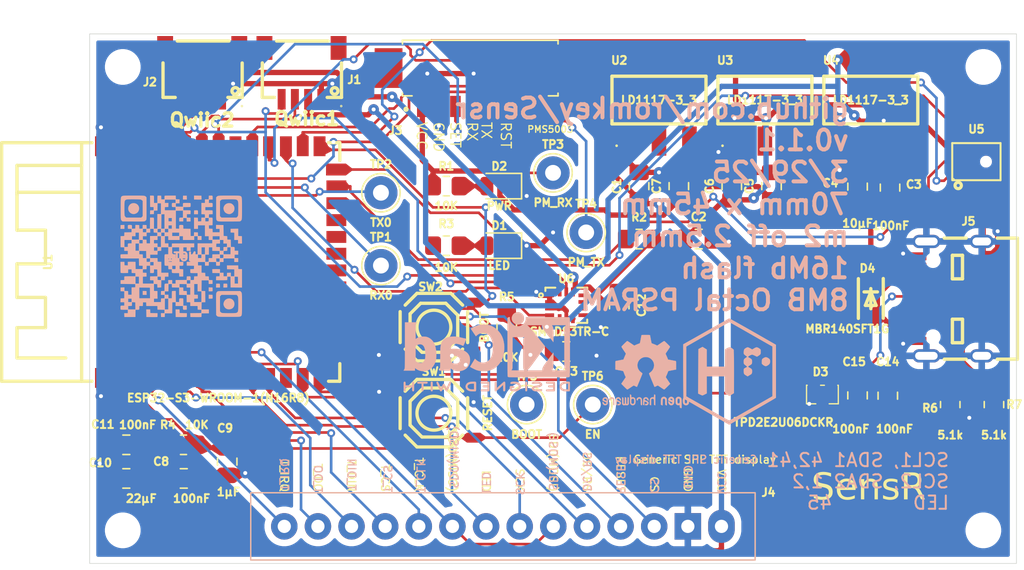
<source format=kicad_pcb>
(kicad_pcb (version 20241229) (generator "pcbnew") (generator_version "9.0")
  (title_block (title "ESPr") (date "2025-02-23") (rev "0.1.1") (company "PDX Hackerspace") (comment 1 "John Romkey"))
  (layers (0 "F.Cu" signal) (2 "B.Cu" signal) (13 "F.Paste" user) (15 "B.Paste" user) (5 "F.SilkS" user "F.Silkscreen") (7 "B.SilkS" user "B.Silkscreen") (1 "F.Mask" user) (3 "B.Mask" user) (25 "Edge.Cuts" user))
  (net 0 "")
  (net 1 "+5V")
  (net 2 "GND")
  (net 3 "VBUS")
  (net 4 "/D-")
  (net 5 "/D+")
  (net 8 "Net-(D2-A)")
  (net 9 "/EN")
  (net 10 "/BOOT")
  (net 16 "/LED")
  (net 17 "Net-(D1-A)")
  (net 18 "/RX0")
  (net 19 "/TX0")
  (net 20 "+3V3-3")
  (net 21 "+3V3-1")
  (net 22 "+3V3-2")
  (net 23 "+3.3V-1")
  (net 24 "/SCL1")
  (net 25 "/SDA1")
  (net 27 "/SCL2")
  (net 28 "/SDA2")
  (net 30 "/PM_TX")
  (net 31 "/PM_RST")
  (net 32 "/PM_SET")
  (net 33 "/PM_RX")
  (net 34 "/MIC_DAT")
  (net 35 "/MIC_WS")
  (net 36 "/MIC_CLK")
  (net 39 "Net-(J5-CC1)")
  (net 42 "Net-(J5-CC2)")
  (net 43 "/ACC_INT")
  (net 48 "/CS")
  (net 49 "/T_DIN")
  (net 50 "/SCK")
  (net 51 "/SDO")
  (net 52 "/T_CS")
  (net 53 "/T_IRQ")
  (net 54 "/T_CLK")
  (net 55 "/T_DO")
  (net 56 "/DSP_RST")
  (net 57 "/BCKLT")
  (net 58 "/DCRS")
  (net 59 "/SDI")
  (footprint "footprint:SOT-223_L6.7-W3.5-P2.30-BR" (layer "F.Cu") (at 63 25 -90)
    (property "Reference" "U2")
    (property "Value" "LD1117-3_3")
  )
  (footprint "EasyEDA:SW-SMD_4P-L5.1-W5.1-P3.70-LS6.5-TL_H1.5" (layer "F.Cu") (at 46 42.15)
    (property "Reference" "SW2")
    (property "Value" "BOOT")
  )
  (footprint "Capacitor_SMD:C_0805_2012Metric_Pad1.18x1.45mm_HandSolder" (layer "F.Cu") (at 80.452 31.6125 90)
    (property "Reference" "C3")
    (property "Value" "100nF")
  )
  (footprint "Resistor_SMD:R_0805_2012Metric_Pad1.20x1.40mm_HandSolder" (layer "F.Cu") (at 51.5 42.15 -90)
    (property "Reference" "R5")
    (property "Value" "10K")
  )
  (footprint "Capacitor_SMD:C_0805_2012Metric_Pad1.18x1.45mm_HandSolder" (layer "F.Cu") (at 78 31.5375 90)
    (property "Reference" "C4")
    (property "Value" "10µF")
  )
  (footprint "EasyEDA:WIRELM-SMD_ESP32-S3-WROOM-1" (layer "F.Cu") (at 29.742 37.238 90)
    (property "Reference" "U1")
    (property "Value" "ESP32-S3-WROOM-1(N16R8)")
  )
  (footprint "TestPoint:TestPoint_THTPad_D2.5mm_Drill1.2mm" (layer "F.Cu") (at 58 48)
    (property "Reference" "TP6")
    (property "Value" "EN")
  )
  (footprint "Capacitor_SMD:C_0805_2012Metric_Pad1.18x1.45mm_HandSolder" (layer "F.Cu") (at 60 40.5 -90)
    (property "Reference" "C12")
    (property "Value" "100nF")
  )
  (footprint "TestPoint:TestPoint_THTPad_D2.5mm_Drill1.2mm" (layer "F.Cu") (at 55 30.5)
    (property "Reference" "TP3")
    (property "Value" "PM_RX")
  )
  (footprint "TestPoint:TestPoint_THTPad_D2.5mm_Drill1.2mm" (layer "F.Cu") (at 42 32)
    (property "Reference" "TP2")
    (property "Value" "TX0")
  )
  (footprint "Capacitor_SMD:C_0805_2012Metric_Pad1.18x1.45mm_HandSolder" (layer "F.Cu") (at 22.768 51.038 180)
    (property "Reference" "C11")
    (property "Value" "100nF")
  )
  (footprint "Resistor_SMD:R_0805_2012Metric_Pad1.20x1.40mm_HandSolder" (layer "F.Cu") (at 46.9375 31.5)
    (property "Reference" "R1")
    (property "Value" "10K")
  )
  (footprint "TestPoint:TestPoint_THTPad_D2.5mm_Drill1.2mm" (layer "F.Cu") (at 57.5 35)
    (property "Reference" "TP4")
    (property "Value" "PM_TX")
  )
  (footprint "footprint:USB-C-SMD_MC-311D" (layer "F.Cu") (at 85 40 90)
    (property "Reference" "J5")
    (property "Value" "TYPE-C-31-M-12" (hide yes))
  )
  (footprint "Capacitor_SMD:C_0805_2012Metric_Pad1.18x1.45mm_HandSolder" (layer "F.Cu") (at 71.5 31.5 90)
    (property "Reference" "C5")
    (property "Value" "100nF")
  )
  (footprint "Capacitor_SMD:C_0805_2012Metric_Pad1.18x1.45mm_HandSolder" (layer "F.Cu") (at 68.5 31.5 90)
    (property "Reference" "C6")
    (property "Value" "10µF")
  )
  (footprint "Capacitor_SMD:C_0805_2012Metric_Pad1.18x1.45mm_HandSolder" (layer "F.Cu") (at 30.388 52.308 -90)
    (property "Reference" "C9")
    (property "Value" "1µF")
  )
  (footprint "footprint:SOT-223_L6.7-W3.5-P2.30-BR" (layer "F.Cu") (at 79 25 -90)
    (property "Reference" "U4")
    (property "Value" "LD1117-3_3")
  )
  (footprint "Capacitor_SMD:C_0805_2012Metric_Pad1.18x1.45mm_HandSolder" (layer "F.Cu") (at 27.1075 53.578)
    (property "Reference" "C8")
    (property "Value" "100nF")
  )
  (footprint "Resistor_SMD:R_0805_2012Metric_Pad1.20x1.40mm_HandSolder" (layer "F.Cu") (at 46.9375 36)
    (property "Reference" "R3")
    (property "Value" "10K")
  )
  (footprint "footprint:MIC-SMD_6P-L3.5-W2.7-P0.90-BL" (layer "F.Cu") (at 86.9137 29.6522)
    (property "Reference" "U5")
    (property "Value" "ICS-43434")
  )
  (footprint "LED_SMD:LED_0805_2012Metric" (layer "F.Cu") (at 50.9375 31.5 180)
    (property "Reference" "D2")
    (property "Value" "PWR")
  )
  (footprint "MountingHole:MountingHole_2.2mm_M2_ISO7380" (layer "F.Cu") (at 22.5 57.5)
    (property "Reference" "M3" (hide yes))
    (property "Value" "MountingHole_2.2mm_M2_ISO7380" (hide yes))
  )
  (footprint "EasyEDA:SW-SMD_4P-L5.1-W5.1-P3.70-LS6.5-TL_H1.5" (layer "F.Cu") (at 46 48.65 180)
    (property "Reference" "SW1")
    (property "Value" "RESET")
  )
  (footprint "MountingHole:MountingHole_2.2mm_M2_ISO7380" (layer "F.Cu") (at 87.5 57.5)
    (property "Reference" "M4" (hide yes))
    (property "Value" "MountingHole_2.2mm_M2_ISO7380" (hide yes))
  )
  (footprint "MountingHole:MountingHole_2.2mm_M2_ISO7380" (layer "F.Cu") (at 22.5 22.5)
    (property "Reference" "M1" (hide yes))
    (property "Value" "MountingHole_2.2mm_M2_ISO7380" (hide yes))
  )
  (footprint "LED_SMD:LED_0805_2012Metric" (layer "F.Cu") (at 50.9375 36 180)
    (property "Reference" "D1")
    (property "Value" "LED")
  )
  (footprint "Capacitor_SMD:C_0805_2012Metric_Pad1.18x1.45mm_HandSolder" (layer "F.Cu") (at 61.5 31.5 90)
    (property "Reference" "C1")
    (property "Value" "10µF")
  )
  (footprint "footprint:CONN-SMD_4P-P1.00_SM04B-SRSS-TB-LF-SN" (layer "F.Cu") (at 28.5 23 180)
    (property "Reference" "J2")
    (property "Value" "SM04B-SRSS-TB_(LF)(SN)" (hide yes))
  )
  (footprint "Capacitor_SMD:C_0805_2012Metric_Pad1.18x1.45mm_HandSolder" (layer "F.Cu") (at 22.768 53.578 180)
    (property "Reference" "C10")
    (property "Value" "22µF")
  )
  (footprint "Resistor_SMD:R_0805_2012Metric_Pad1.20x1.40mm_HandSolder" (layer "F.Cu") (at 61.5 35.5)
    (property "Reference" "R2")
    (property "Value" "100K")
  )
  (footprint "Resistor_SMD:R_0805_2012Metric_Pad1.20x1.40mm_HandSolder" (layer "F.Cu") (at 85 48 -90)
    (property "Reference" "R6")
    (property "Value" "5.1k")
  )
  (footprint "Capacitor_SMD:C_0805_2012Metric_Pad1.18x1.45mm_HandSolder" (layer "F.Cu") (at 64.5 31.5 90)
    (property "Reference" "C7")
    (property "Value" "100nF")
  )
  (footprint "Resistor_SMD:R_0805_2012Metric_Pad1.20x1.40mm_HandSolder" (layer "F.Cu") (at 88.302 48 -90)
    (property "Reference" "R7")
    (property "Value" "5.1k")
  )
  (footprint "Capacitor_SMD:C_0805_2012Metric_Pad1.18x1.45mm_HandSolder" (layer "F.Cu") (at 80.2827 47.3295 -90)
    (property "Reference" "C14")
    (property "Value" "100nF")
  )
  (footprint "1myFootprints:PMS5003 Connector" (layer "F.Cu") (at 48.895 17.6925 180)
    (property "Reference" "J3")
    (property "Value" "~" (hide yes))
  )
  (footprint "TestPoint:TestPoint_THTPad_D2.5mm_Drill1.2mm" (layer "F.Cu") (at 42 37.5)
    (property "Reference" "TP1")
    (property "Value" "RX0")
  )
  (footprint "footprint:CONN-SMD_4P-P1.00_SM04B-SRSS-TB-LF-SN" (layer "F.Cu") (at 36 23 180)
    (property "Reference" "J1")
    (property "Value" "SM04B-SRSS-TB_(LF)(SN)" (hide yes))
  )
  (footprint "TestPoint:TestPoint_THTPad_D2.5mm_Drill1.2mm" (layer "F.Cu") (at 53 48)
    (property "Reference" "TP5")
    (property "Value" "BOOT")
  )
  (footprint "Capacitor_SMD:C_0805_2012Metric_Pad1.18x1.45mm_HandSolder" (layer "F.Cu") (at 66 35.5)
    (property "Reference" "C2")
    (property "Value" "100nF")
  )
  (footprint "Capacitor_SMD:C_0805_2012Metric_Pad1.18x1.45mm_HandSolder" (layer "F.Cu") (at 77.9967 47.308 -90)
    (property "Reference" "C15")
    (property "Value" "100nF")
  )
  (footprint "EasyEDA:SC-70-3_L2.0-W1.3-P0.65-LS2.1-BL" (layer "F.Cu") (at 75.3447 47.242 180)
    (property "Reference" "D3")
    (property "Value" "TPD2E2U06DCKR")
  )
  (footprint "1myFootprints:SPI_TFT_TOUCH" (layer "F.Cu") (at 32.16 59.74 -90)
    (property "Reference" "J4")
    (property "Value" "~" (hide yes))
  )
  (footprint "Capacitor_SMD:C_0805_2012Metric_Pad1.18x1.45mm_HandSolder" (layer "F.Cu") (at 56 43.99)
    (property "Reference" "C13")
    (property "Value" "100nF")
  )
  (footprint "MountingHole:MountingHole_2.2mm_M2_ISO7380" (layer "F.Cu") (at 87.5 22.5)
    (property "Reference" "M2" (hide yes))
    (property "Value" "MountingHole_2.2mm_M2_ISO7380" (hide yes))
  )
  (footprint "EasyEDA:LGA-14_L3.0-W2.5-P0.50-TL" (layer "F.Cu") (at 56 40.5)
    (property "Reference" "U6")
    (property "Value" "LSM6DS3TR-C")
  )
  (footprint "footprint:SOT-223_L6.7-W3.5-P2.30-BR" (layer "F.Cu") (at 71 25 -90)
    (property "Reference" "U3")
    (property "Value" "LD1117-3_3")
  )
  (footprint "Resistor_SMD:R_0805_2012Metric_Pad1.20x1.40mm_HandSolder" (layer "F.Cu") (at 27.086 51.038)
    (property "Reference" "R4")
    (property "Value" "10K")
  )
  (footprint "EasyEDA:SOD-123F_L2.8-W1.8-LS3.7-RD" (layer "F.Cu") (at 79 40 -90)
    (property "Reference" "D4")
    (property "Value" "MBR140SFT1G")
  )
  (footprint "1myFootprints:CTRLH Logo" (layer "B.Cu") (at 68.5 45.5 180)
    (property "Reference" "NOT2" (hide yes))
    (property "Value" "CTRLH Logo" (hide yes))
  )
  (footprint "LOGO" (layer "B.Cu") (at 26.924 36.83 180)
    (property "Reference" "NOT1")
    (property "Value" "LOGO" (hide yes))
  )
  (footprint "Symbol:KiCad-Logo2_5mm_SilkScreen" (layer "B.Cu") (at 50 44 180)
    (property "Reference" "NOT3" (hide yes))
    (property "Value" "KiCad-Logo2_5mm_SilkScreen" (hide yes))
  )
  (footprint "1myFootprints:OSHW-Logo2_7.3x6mm_SilkScreen" (layer "B.Cu") (at 62 45.5 180)
    (property "Reference" "NOT4" (hide yes))
    (property "Value" "OSHW-Logo2_7.3x6mm_SilkScreen" (hide yes))
  )
  (gr_rect (start 20 20) (end 90 60) (stroke (width 0.05)) (fill no) (layer "Edge.Cuts"))
  (gr_text "SensR" (at 74.5 55.5 0) (layer "F.SilkS") (effects (font (size 2 2)) (justify left bottom)))
  (gr_text "Qwiic1" (at 33.8 27 0) (layer "F.SilkS") (effects (font (size 1 1) (thickness 0.25) (bold yes)) (justify left bottom)))
  (gr_text "Qwiic2" (at 25.9 27.1 0) (layer "F.SilkS") (effects (font (size 1 1) (thickness 0.25) (bold yes)) (justify left bottom)))
  (gr_text "SCL1, SDA1 42,41\nSCL2, SDA2 1,2\nLED        45" (at 85 56 -0) (layer "B.SilkS") (effects (font (size 1 1)) (justify left bottom mirror)))
  (gr_text "github.com/romkey/Sensr\nv0.1.1\n3/29/25\n70mm x 45mm\nm2 off 2.5mm\n16Mb flash\n8MB Octal PSRAM" (at 77.5 41 0) (layer "B.SilkS") (effects (font (size 1.5 1.5) (thickness 0.3) (bold yes)) (justify left bottom mirror)))
  (segment (start 64.5 32.5375) (end 65.5005 31.537) (width 0.4) (layer "F.Cu") (net 1))
  (segment (start 45.125 25.4825) (end 45.125 29.546) (width 0.4) (layer "F.Cu") (net 1))
  (segment (start 63.3492 33.6883) (end 59.3123 33.6883) (width 0.4) (layer "F.Cu") (net 1))
  (segment (start 70.4995 31.537) (end 71.5 32.5375) (width 0.4) (layer "F.Cu") (net 1))
  (segment (start 81.3 29.6005) (end 81.6205 29.921) (width 0.4) (layer "F.Cu") (net 1))
  (segment (start 65.5005 31.537) (end 65.675 31.537) (width 0.4) (layer "F.Cu") (net 1))
  (segment (start 59.3123 33.6883) (end 58.9227 33.2987) (width 0.4) (layer "F.Cu") (net 1))
  (segment (start 79 34.102) (end 80.452 32.65) (width 0.4) (layer "F.Cu") (net 1))
  (segment (start 65.675 28.4738) (end 65.3 28.0988) (width 0.4) (layer "F.Cu") (net 1))
  (segment (start 58.9227 33.2987) (end 52.0595 33.2987) (width 0.4) (layer "F.Cu") (net 1))
  (segment (start 52.0595 33.2987) (end 50.9849 32.2241) (width 0.4) (layer "F.Cu") (net 1))
  (segment (start 79 38.45) (end 79 34.102) (width 0.4) (layer "F.Cu") (net 1))
  (segment (start 45.125 29.546) (end 45.9375 30.3585) (width 0.4) (layer "F.Cu") (net 1))
  (segment (start 81.6205 31.4815) (end 80.452 32.65) (width 0.4) (layer "F.Cu") (net 1))
  (segment (start 50.9849 30.8646) (end 50.4788 30.3585) (width 0.4) (layer "F.Cu") (net 1))
  (segment (start 81.3 28.0988) (end 81.3 29.6005) (width 0.4) (layer "F.Cu") (net 1))
  (segment (start 81.6205 29.921) (end 81.6205 31.4815) (width 0.4) (layer "F.Cu") (net 1))
  (segment (start 64.5 32.5375) (end 63.3492 33.6883) (width 0.4) (layer "F.Cu") (net 1))
  (segment (start 73.3 30.7375) (end 71.5 32.5375) (width 0.4) (layer "F.Cu") (net 1))
  (segment (start 50.9849 32.2241) (end 50.9849 30.8646) (width 0.4) (layer "F.Cu") (net 1))
  (segment (start 71.5 32.5375) (end 73.0645 34.102) (width 0.4) (layer "F.Cu") (net 1))
  (segment (start 65.675 31.537) (end 70.4995 31.537) (width 0.4) (layer "F.Cu") (net 1))
  (segment (start 73.0645 34.102) (end 79 34.102) (width 0.4) (layer "F.Cu") (net 1))
  (segment (start 65.675 31.537) (end 65.675 28.4738) (width 0.4) (layer "F.Cu") (net 1))
  (segment (start 73.3 28.0988) (end 73.3 30.7375) (width 0.4) (layer "F.Cu") (net 1))
  (segment (start 50.4788 30.3585) (end 45.9375 30.3585) (width 0.4) (layer "F.Cu") (net 1))
  (segment (start 45.9375 31.5) (end 45.9375 30.3585) (width 0.4) (layer "F.Cu") (net 1))
  (segment (start 54.9216 40.25) (end 55.4216 40.75) (width 0.4) (layer "F.Cu") (net 2))
  (segment (start 57.3542 44.3067) (end 57.0375 43.99) (width 0.4) (layer "F.Cu") (net 2))
  (segment (start 88.1515 36.5927) (end 87.6035 36.5927) (width 0.4) (layer "F.Cu") (net 2))
  (segment (start 76.7 28.0988) (end 76.7 26.3798) (width 0.4) (layer "F.Cu") (net 2))
  (segment (start 54 36) (end 55 35) (width 0.4) (layer "F.Cu") (net 2))
  (segment (start 20.852 28.488) (end 20.852 31.018) (width 0.4) (layer "F.Cu") (net 2))
  (segment (start 86.449387 30.552251) (end 86.741996 30.552251) (width 0.4) (layer "F.Cu") (net 2))
  (segment (start 78.0182 48.367) (end 77.9967 48.3455) (width 0.4) (layer "F.Cu") (net 2))
  (segment (start 43 44) (end 42.0983 44) (width 0.4) (layer "F.Cu") (net 2))
  (segment (start 20.852 45.988) (end 20.852 45.148) (width 0.4) (layer "F.Cu") (net 2))
  (segment (start 54.74 39.75) (end 53.9983 39.75) (width 0.4) (layer "F.Cu") (net 2))
  (segment (start 74.9689 48.192) (end 74.593 48.192) (width 0.4) (layer "F.Cu") (net 2))
  (segment (start 49 44) (end 49 44.7767) (width 0.4) (layer "F.Cu") (net 2))
  (segment (start 77.7919 30.2919) (end 78 30.5) (width 0.4) (layer "F.Cu") (net 2))
  (segment (start 29.9999 23.7613) (end 30.8312 23.7613) (width 0.4) (layer "F.Cu") (net 2))
  (segment (start 53 36) (end 54 36) (width 0.4) (layer "F.Cu") (net 2))
  (segment (start 68.5 30.4625) (end 71.5 30.4625) (width 0.4) (layer "F.Cu") (net 2))
  (segment (start 45.5 23) (end 49 23) (width 0.4) (layer "F.Cu") (net 2))
  (segment (start 61.5 30.4625) (end 63 30.4625) (width 0.4) (layer "F.Cu") (net 2))
  (segment (start 75.3447 48.192) (end 77.8432 48.192) (width 0.4) (layer "F.Cu") (net 2))
  (segment (start 30.5615 53.172) (end 30.388 53.3455) (width 0.4) (layer "F.Cu") (net 2))
  (segment (start 56 40.9192) (end 55.7906 40.7098) (width 0.4) (layer "F.Cu") (net 2))
  (segment (start 20.852 27.0582) (end 20.852 28.488) (width 0.4) (layer "F.Cu") (net 2))
  (segment (start 49 46.8) (end 49 47.8176) (width 0.4) (layer "F.Cu") (net 2))
  (segment (start 87.048705 29.341046) (end 87.242631 29.14712) (width 0.4) (layer "F.Cu") (net 2))
  (segment (start 88.5825 36.1617) (end 88.1515 36.5927) (width 0.4) (layer "F.Cu") (net 2))
  (segment (start 30.1555 53.578) (end 30.388 53.3455) (width 0.4) (layer "F.Cu") (net 2))
  (segment (start 58.2839 44.3067) (end 57.3542 44.3067) (width 0.4) (layer "F.Cu") (net 2))
  (segment (start 54.74 40.75) (end 55.4216 40.75) (width 0.2798) (layer "F.Cu") (net 2))
  (segment (start 87.388551 30.3032) (end 87.189799 30.104448) (width 0.4) (layer "F.Cu") (net 2))
  (segment (start 67.2297 35.6922) (end 67.0375 35.5) (width 0.4) (layer "F.Cu") (net 2))
  (segment (start 60.7 29.6625) (end 60.7 28.0988) (width 0.4) (layer "F.Cu") (net 2))
  (segment (start 46.375 25.4825) (end 46.375 26.9425) (width 0.4) (layer "F.Cu") (net 2))
  (segment (start 68.7 28.0988) (end 68.7 26.3689) (width 0.4) (layer "F.Cu") (net 2))
  (segment (start 20.852 31.018) (end 27.172 37.338) (width 0.4) (layer "F.Cu") (net 2))
  (segment (start 55.4819 40.7098) (end 55.4618 40.7098) (width 0.2798) (layer "F.Cu") (net 2))
  (segment (start 80.2827 48.367) (end 78.0182 48.367) (width 0.4) (layer "F.Cu") (net 2))
  (segment (start 79.975 26.5565) (end 79.975 30.098) (width 0.4) (layer "F.Cu") (net 2))
  (segment (start 88.147126 30.15728) (end 88.001206 30.3032) (width 0.4) (layer "F.Cu") (net 2))
  (segment (start 68.2766 35.6922) (end 67.2297 35.6922) (width 0.4) (layer "F.Cu") (net 2))
  (segment (start 20.7525 52.4477) (end 21.7305 51.4697) (width 0.4) (layer "F.Cu") (net 2))
  (segment (start 81.6458 36.8001) (end 81.4397 36.594) (width 0.4) (layer "F.Cu") (net 2))
  (segment (start 86.4494 30.5523) (end 87.1111 30.5523) (width 0.4) (layer "F.Cu") (net 2))
  (segment (start 87.388551 29.0012) (end 88.001207 29.0012) (width 0.4) (layer "F.Cu") (net 2))
  (segment (start 76.6403 30.2919) (end 77.7919 30.2919) (width 0.4) (layer "F.Cu") (net 2))
  (segment (start 25.862 40.138) (end 27.172 40.138) (width 0.4) (layer "F.Cu") (net 2))
  (segment (start 67.4922 28.9233) (end 68.5 29.9311) (width 0.4) (layer "F.Cu") (net 2))
  (segment (start 68.5 29.9311) (end 68.5 30.4625) (width 0.4) (layer "F.Cu") (net 2))
  (segment (start 37.4999 24.938) (end 37.4999 23.7613) (width 0.4) (layer "F.Cu") (net 2))
  (segment (start 81.4425 43.4034) (end 81.6458 43.2001) (width 0.4) (layer "F.Cu") (net 2))
  (segment (start 55.7906 40.7098) (end 55.4819 40.7098) (width 0.4) (layer "F.Cu") (net 2))
  (segment (start 56 41.51) (end 56 40.9192) (width 0.2798) (layer "F.Cu") (net 2))
  (segment (start 88.199959 29.199952) (end 88.350705 29.350698) (width 0.4) (layer "F.Cu") (net 2))
  (segment (start 20.7525 52.4477) (end 21.7305 53.4257) (width 0.4) (layer "F.Cu") (net 2))
  (segment (start 87.6035 36.5927) (end 87.4865 36.4757) (width 0.4) (layer "F.Cu") (net 2))
  (segment (start 37.499873 23.761327) (end 37.4999 23.7613) (width 0.4) (layer "F.Cu") (net 2))
  (segment (start 52.6168 32.2418) (end 51.875 31.5) (width 0.4) (layer "F.Cu") (net 2))
  (segment (start 87.4865 30.9277) (end 87.1111 30.5523) (width 0.4) (layer "F.Cu") (net 2))
  (segment (start 87.189799 30.104448) (end 87.048705 29.963354) (width 0.4) (layer "F.Cu") (net 2))
  (segment (start 87.4865 36.4757) (end 87.4865 30.9277) (width 0.4) (layer "F.Cu") (net 2))
  (segment (start 21.7305 51.4697) (end 21.7305 51.038) (width 0.4) (layer "F.Cu") (net 2))
  (segment (start 53.9983 39.75) (end 53.7321 39.4838) (width 0.4) (layer "F.Cu") (net 2))
  (segment (start 30.8312 23.7613) (end 30.831227 23.761327) (width 0.4) (layer "F.Cu") (net 2))
  (segment (start 63 30.4625) (end 64.5 30.4625) (width 0.4) (layer "F.Cu") (net 2))
  (segment (start 87.048705 29.963354) (end 87.048705 29.341046) (width 0.4) (layer "F.Cu") (net 2))
  (segment (start 88.5825 34.9088) (end 88.5825 36.1617) (width 0.4) (layer "F.Cu") (net 2))
  (segment (start 88.001207 29.0012) (end 88.199959 29.199952) (width 0.4) (layer "F.Cu") (net 2))
  (segment (start 61.5 30.4625) (end 60.7 29.6625) (width 0.4) (layer "F.Cu") (net 2))
  (segment (start 88.001206 30.3032) (end 87.388551 30.3032) (width 0.4) (layer "F.Cu") (net 2))
  (segment (start 41.8444 44.2539) (end 42.0983 44) (width 0.4) (layer "F.Cu") (net 2))
  (segment (start 59.3854 42.1521) (end 60 41.5375) (width 0.4) (layer "F.Cu") (net 2))
  (segment (start 28.145 53.578) (end 30.1555 53.578) (width 0.4) (layer "F.Cu") (net 2))
  (segment (start 37.4999 23.7613) (end 38.3287 23.7613) (width 0.4) (layer "F.Cu") (net 2))
  (segment (start 88.350705 29.953701) (end 88.147126 30.15728) (width 0.4) (layer "F.Cu") (net 2))
  (segment (start 55.4618 40.7098) (end 55.4216 40.75) (width 0.2798) (layer "F.Cu") (net 2))
  (segment (start 82.6225 43.2001) (end 81.6458 43.2001) (width 0.4) (layer "F.Cu") (net 2))
  (segment (start 82.6225 36.8001) (end 81.6458 36.8001) (width 0.4) (layer "F.Cu") (net 2))
  (segment (start 54.74 39.75) (end 54.74 40.25) (width 0.4) (layer "F.Cu") (net 2))
  (segment (start 30.831227 23.761327) (end 37.499873 23.761327) (width 0.4) (layer "F.Cu") (net 2))
  (segment (start 74.9689 48.192) (end 75.3447 48.192) (width 0.4) (layer "F.Cu") (net 2))
  (segment (start 53.0066 32.2418) (end 52.6168 32.2418) (width 0.4) (layer "F.Cu") (net 2))
  (segment (start 54.74 40.25) (end 54.9216 40.25) (width 0.4) (layer "F.Cu") (net 2))
  (segment (start 41.8619 47.0364) (end 42.0983 46.8) (width 0.4) (layer "F.Cu") (net 2))
  (segment (start 20.852 47.3652) (end 20.852 45.988) (width 0.4) (layer "F.Cu") (net 2))
  (segment (start 58.6081 42.1521) (end 59.3854 42.1521) (width 0.4) (layer "F.Cu") (net 2))
  (segment (start 79.975 30.098) (end 80.452 30.575) (width 0.4) (layer "F.Cu") (net 2))
  (segment (start 88.350705 29.350698) (end 88.350705 29.953701) (width 0.4) (layer "F.Cu") (net 2))
  (segment (start 86.438 49) (end 88.302 49) (width 0.4) (layer "F.Cu") (net 2))
  (segment (start 48.4063 44.9971) (end 48.6267 44.7767) (width 0.4) (layer "F.Cu") (net 2))
  (segment (start 48.6267 44.7767) (end 49 44.7767) (width 0.4) (layer "F.Cu") (net 2))
  (segment (start 29.9999 24.938) (end 29.9999 23.7613) (width 0.4) (layer "F.Cu") (net 2))
  (segment (start 56.0419 41.51) (end 56 41.51) (width 0.2798) (layer "F.Cu") (net 2))
  (segment (start 85 49) (end 86.438 49) (width 0.4) (layer "F.Cu") (net 2))
  (segment (start 77.8432 48.192) (end 77.9967 48.3455) (width 0.4) (layer "F.Cu") (net 2))
  (segment (start 20.852 45.148) (end 25.862 40.138) (width 0.4) (layer "F.Cu") (net 2))
  (segment (start 31.7509 53.172) (end 30.5615 53.172) (width 0.4) (layer "F.Cu") (net 2))
  (segment (start 21.7305 53.4257) (end 21.7305 53.578) (width 0.4) (layer "F.Cu") (net 2))
  (segment (start 74.3485 47.9475) (end 74.593 48.192) (width 0.4) (layer "F.Cu") (net 2))
  (segment (start 56.0419 41.51) (end 56.5 41.51) (width 0.4) (layer "F.Cu") (net 2))
  (segment (start 43 46.8) (end 42.0983 46.8) (width 0.4) (layer "F.Cu") (net 2))
  (segment (start 87.242631 29.14712) (end 87.388551 29.0012) (width 0.4) (layer "F.Cu") (net 2))
  (segment (start 86.741996 30.552251) (end 87.189799 30.104448) (width 0.4) (layer "F.Cu") (net 2))
  (via (at 68.7 26.3689) (size 0.8) (drill 0.3) (layers "F.Cu" "B.Cu") (net 2))
  (via (at 86.438 49) (size 0.8) (drill 0.3) (layers "F.Cu" "B.Cu") (net 2))
  (via (at 81.4425 43.4034) (size 0.8) (drill 0.3) (layers "F.Cu" "B.Cu") (net 2))
  (via (at 45.5 23) (size 0.6) (drill 0.3) (layers "F.Cu" "B.Cu") (net 2))
  (via (at 38.3287 23.7613) (size 0.8) (drill 0.3) (layers "F.Cu" "B.Cu") (net 2))
  (via (at 41.8619 47.0364) (size 0.8) (drill 0.3) (layers "F.Cu" "B.Cu") (net 2))
  (via (at 53.7321 39.4838) (size 0.8) (drill 0.3) (layers "F.Cu" "B.Cu") (net 2))
  (via (at 88.5825 34.9088) (size 0.8) (drill 0.3) (layers "F.Cu" "B.Cu") (net 2))
  (via (at 20.852 27.0582) (size 0.8) (drill 0.3) (layers "F.Cu" "B.Cu") (net 2))
  (via (at 58.2839 44.3067) (size 0.8) (drill 0.3) (layers "F.Cu" "B.Cu") (net 2))
  (via (at 53 36) (size 0.6) (drill 0.3) (layers "F.Cu" "B.Cu") (net 2))
  (via (at 31.7509 53.172) (size 0.8) (drill 0.3) (layers "F.Cu" "B.Cu") (net 2))
  (via (at 20.852 47.3652) (size 0.8) (drill 0.3) (layers "F.Cu" "B.Cu") (net 2))
  (via (at 20.7525 52.4477) (size 0.8) (drill 0.3) (layers "F.Cu" "B.Cu") (net 2))
  (via (at 76.7 26.3798) (size 0.8) (drill 0.3) (layers "F.Cu" "B.Cu") (net 2))
  (via (at 79.975 26.5565) (size 0.8) (drill 0.3) (layers "F.Cu" "B.Cu") (net 2))
  (via (at 76.6403 30.2919) (size 0.8) (drill 0.3) (layers "F.Cu" "B.Cu") (net 2))
  (via (at 55 35) (size 0.6) (drill 0.3) (layers "F.Cu" "B.Cu") (net 2))
  (via (at 49 23) (size 0.6) (drill 0.3) (layers "F.Cu" "B.Cu") (net 2))
  (via (at 30.8312 23.7613) (size 0.8) (drill 0.3) (layers "F.Cu" "B.Cu") (net 2))
  (via (at 74.3485 47.9475) (size 0.8) (drill 0.3) (layers "F.Cu" "B.Cu") (net 2))
  (via (at 53.0066 32.2418) (size 0.8) (drill 0.3) (layers "F.Cu" "B.Cu") (net 2))
  (via (at 67.4922 28.9233) (size 0.8) (drill 0.3) (layers "F.Cu" "B.Cu") (net 2))
  (via (at 81.4397 36.594) (size 0.8) (drill 0.3) (layers "F.Cu" "B.Cu") (net 2))
  (via (at 58.6081 42.1521) (size 0.8) (drill 0.3) (layers "F.Cu" "B.Cu") (net 2))
  (via (at 63 30.4625) (size 0.8) (drill 0.3) (layers "F.Cu" "B.Cu") (net 2))
  (via (at 48.4063 44.9971) (size 0.8) (drill 0.3) (layers "F.Cu" "B.Cu") (net 2))
  (via (at 46.375 26.9425) (size 0.8) (drill 0.3) (layers "F.Cu" "B.Cu") (net 2))
  (via (at 41.8444 44.2539) (size 0.8) (drill 0.3) (layers "F.Cu" "B.Cu") (net 2))
  (via (at 68.2766 35.6922) (size 0.8) (drill 0.3) (layers "F.Cu" "B.Cu") (net 2))
  (via (at 49 47.8176) (size 0.8) (drill 0.3) (layers "F.Cu" "B.Cu") (net 2))
  (segment (start 80.0017 41.55) (end 80.8517 42.4) (width 0.4) (layer "F.Cu") (net 3))
  (segment (start 79.5009 39.7448) (end 81.6458 37.5999) (width 0.4) (layer "F.Cu") (net 3))
  (segment (start 80.8517 42.4) (end 82.6225 42.4) (width 0.4) (layer "F.Cu") (net 3))
  (segment (start 79 41.55) (end 79.5009 41.55) (width 0.4) (layer "F.Cu") (net 3))
  (segment (start 79.5009 41.55) (end 79.5009 39.7448) (width 0.4) (layer "F.Cu") (net 3))
  (segment (start 79.5009 41.55) (end 80.0017 41.55) (width 0.4) (layer "F.Cu") (net 3))
  (segment (start 82.6225 37.5999) (end 81.6458 37.5999) (width 0.4) (layer "F.Cu") (net 3))
  (segment (start 85.5519 45.5166) (end 85.5519 42.7063) (width 0.2) (layer "F.Cu") (net 4))
  (segment (start 59.15 46.121) (end 41.6581 46.121) (width 0.2) (layer "F.Cu") (net 4))
  (segment (start 82.6225 40.7501) (end 83.3984 40.7501) (width 0.2) (layer "F.Cu") (net 4))
  (segment (start 40.3377 47.4414) (end 36.4937 47.4414) (width 0.2) (layer "F.Cu") (net 4))
  (segment (start 36.4937 47.4414) (end 36.092 47.0397) (width 0.2) (layer "F.Cu") (net 4))
  (segment (start 60.1681 47.1391) (end 76.0437 47.1391) (width 0.2) (layer "F.Cu") (net 4))
  (segment (start 83.5957 40.7501) (end 83.3984 40.7501) (width 0.2) (layer "F.Cu") (net 4))
  (segment (start 77.291 47.181) (end 80.2827 47.181) (width 0.2) (layer "F.Cu") (net 4))
  (segment (start 85.5519 42.7063) (end 83.5957 40.7501) (width 0.2) (layer "F.Cu") (net 4))
  (segment (start 41.6581 46.121) (end 40.3377 47.4414) (width 0.2) (layer "F.Cu") (net 4))
  (segment (start 82.6225 39.7501) (end 83.4992 39.7501) (width 0.2) (layer "F.Cu") (net 4))
  (segment (start 85.6614 47.9237) (end 86.0036 47.5815) (width 0.2) (layer "F.Cu") (net 4))
  (segment (start 86.0036 47.5815) (end 86.0036 45.9683) (width 0.2) (layer "F.Cu") (net 4))
  (segment (start 86.0036 45.9683) (end 85.5519 45.5166) (width 0.2) (layer "F.Cu") (net 4))
  (segment (start 75.9947 46.292) (end 76.6464 46.292) (width 0.2) (layer "F.Cu") (net 4))
  (segment (start 76.6464 46.5364) (end 77.291 47.181) (width 0.2) (layer "F.Cu") (net 4))
  (segment (start 82.7563 47.9237) (end 85.6614 47.9237) (width 0.2) (layer "F.Cu") (net 4))
  (segment (start 76.6464 46.292) (end 76.6464 46.5364) (width 0.2) (layer "F.Cu") (net 4))
  (segment (start 80.2827 47.181) (end 82.0136 47.181) (width 0.2) (layer "F.Cu") (net 4))
  (segment (start 80.2827 47.181) (end 80.2827 46.292) (width 0.2) (layer "F.Cu") (net 4))
  (segment (start 83.3984 40.7501) (end 83.4992 40.6493) (width 0.2) (layer "F.Cu") (net 4))
  (segment (start 83.4992 40.6493) (end 83.4992 39.7501) (width 0.2) (layer "F.Cu") (net 4))
  (segment (start 76.6464 46.5364) (end 76.0437 47.1391) (width 0.2) (layer "F.Cu") (net 4))
  (segment (start 82.0136 47.181) (end 82.7563 47.9237) (width 0.2) (layer "F.Cu") (net 4))
  (segment (start 36.092 47.0397) (end 36.092 45.988) (width 0.2) (layer "F.Cu") (net 4))
  (segment (start 60.1681 47.1391) (end 59.15 46.121) (width 0.2) (layer "F.Cu") (net 4))
  (segment (start 77.9967 46.2705) (end 77.862 46.1358) (width 0.2) (layer "F.Cu") (net 5))
  (segment (start 77.1851 45.4589) (end 75.5278 45.4589) (width 0.2) (layer "F.Cu") (net 5))
  (segment (start 41.4315 45.7193) (end 40.1111 47.0397) (width 0.2) (layer "F.Cu") (net 5))
  (segment (start 41.4315 45.7193) (end 73.4703 45.7193) (width 0.2) (layer "F.Cu") (net 5))
  (segment (start 74.043 46.292) (end 73.4703 45.7193) (width 0.2) (layer "F.Cu") (net 5))
  (segment (start 77.862 46.1358) (end 79.7213 44.2765) (width 0.2) (layer "F.Cu") (net 5))
  (segment (start 81.7458 39.8307) (end 81.7458 40.2499) (width 0.2) (layer "F.Cu") (net 5))
  (segment (start 82.6225 39.2499) (end 81.7458 39.2499) (width 0.2) (layer "F.Cu") (net 5))
  (segment (start 77.862 46.1358) (end 77.1851 45.4589) (width 0.2) (layer "F.Cu") (net 5))
  (segment (start 81.7458 39.2499) (end 81.7458 39.8307) (width 0.2) (layer "F.Cu") (net 5))
  (segment (start 80.5958 39.8307) (end 81.7458 39.8307) (width 0.2) (layer "F.Cu") (net 5))
  (segment (start 75.5278 45.4589) (end 74.6947 46.292) (width 0.2) (layer "F.Cu") (net 5))
  (segment (start 40.1111 47.0397) (end 37.362 47.0397) (width 0.2) (layer "F.Cu") (net 5))
  (segment (start 82.6225 40.2499) (end 81.7458 40.2499) (width 0.2) (layer "F.Cu") (net 5))
  (segment (start 37.362 47.0397) (end 37.362 45.988) (width 0.2) (layer "F.Cu") (net 5))
  (segment (start 74.6947 46.292) (end 74.043 46.292) (width 0.2) (layer "F.Cu") (net 5))
  (via (at 79.7213 44.2765) (size 0.6) (drill 0.3) (layers "F.Cu" "B.Cu") (net 5))
  (via (at 80.5958 39.8307) (size 0.6) (drill 0.3) (layers "F.Cu" "B.Cu") (net 5))
  (segment (start 79.7213 40.7052) (end 80.5958 39.8307) (width 0.2) (layer "B.Cu") (net 5))
  (segment (start 79.7213 44.2765) (end 79.7213 40.7052) (width 0.2) (layer "B.Cu") (net 5))
  (segment (start 50 36) (end 47.9375 36) (width 0.2) (layer "F.Cu") (net 8))
  (segment (start 26.1745 49.1265) (end 28.086 51.038) (width 0.2) (layer "F.Cu") (net 9))
  (segment (start 28.3185 51.3295) (end 26.07 53.578) (width 0.2) (layer "F.Cu") (net 9))
  (segment (start 55.5 50.5) (end 58 48) (width 0.2) (layer "F.Cu") (net 9))
  (segment (start 28.3185 51.2705) (end 28.3185 51.3295) (width 0.2) (layer "F.Cu") (net 9))
  (segment (start 30.388 51.2705) (end 30.4335 51.316) (width 0.2) (layer "F.Cu") (net 9))
  (segment (start 30.388 51.2705) (end 28.3185 51.2705) (width 0.2) (layer "F.Cu") (net 9))
  (segment (start 42.8607 51.316) (end 43 51.1767) (width 0.2) (layer "F.Cu") (net 9))
  (segment (start 43 50.5) (end 43 51.1767) (width 0.2) (layer "F.Cu") (net 9))
  (segment (start 25.4788 49.1265) (end 26.1745 49.1265) (width 0.2) (layer "F.Cu") (net 9))
  (segment (start 30.4335 51.316) (end 42.8607 51.316) (width 0.2) (layer "F.Cu") (net 9))
  (segment (start 23.392 47.0397) (end 25.4788 49.1265) (width 0.2) (layer "F.Cu") (net 9))
  (segment (start 23.392 45.988) (end 23.392 47.0397) (width 0.2) (layer "F.Cu") (net 9))
  (segment (start 28.3185 51.2705) (end 28.086 51.038) (width 0.2) (layer "F.Cu") (net 9))
  (segment (start 49 50.5) (end 55.5 50.5) (width 0.2) (layer "F.Cu") (net 9))
  (segment (start 49 50.5) (end 43 50.5) (width 0.2) (layer "F.Cu") (net 9))
  (segment (start 52.195 43.15) (end 53.2888 44.2438) (width 0.2) (layer "F.Cu") (net 10))
  (segment (start 45.1931 40.7526) (end 44.969 40.9767) (width 0.2) (layer "F.Cu") (net 10))
  (segment (start 49 40.7526) (end 45.1931 40.7526) (width 0.2) (layer "F.Cu") (net 10))
  (segment (start 43 40.3) (end 43 40.9767) (width 0.2) (layer "F.Cu") (net 10))
  (segment (start 49 40.7526) (end 51.3974 43.15) (width 0.2) (layer "F.Cu") (net 10))
  (segment (start 49.904 40.3) (end 49 40.3) (width 0.2) (layer "F.Cu") (net 10))
  (segment (start 37.362 28.488) (end 37.6353 28.7613) (width 0.2) (layer "F.Cu") (net 10))
  (segment (start 41.5867 28.7613) (end 45.9297 33.1043) (width 0.2) (layer "F.Cu") (net 10))
  (segment (start 51.5 43.15) (end 52.195 43.15) (width 0.2) (layer "F.Cu") (net 10))
  (segment (start 45.9297 33.1043) (end 49.9109 33.1043) (width 0.2) (layer "F.Cu") (net 10))
  (segment (start 49 40.3) (end 49 40.7526) (width 0.2) (layer "F.Cu") (net 10))
  (segment (start 51.3974 43.15) (end 51.5 43.15) (width 0.2) (layer "F.Cu") (net 10))
  (segment (start 44.969 40.9767) (end 43 40.9767) (width 0.2) (layer "F.Cu") (net 10))
  (segment (start 50.41 39.794) (end 49.904 40.3) (width 0.2) (layer "F.Cu") (net 10))
  (segment (start 37.6353 28.7613) (end 41.5867 28.7613) (width 0.2) (layer "F.Cu") (net 10))
  (via (at 50.41 39.794) (size 0.6) (drill 0.3) (layers "F.Cu" "B.Cu") (net 10))
  (via (at 49.9109 33.1043) (size 0.6) (drill 0.3) (layers "F.Cu" "B.Cu") (net 10))
  (via (at 53.2888 44.2438) (size 0.6) (drill 0.3) (layers "F.Cu" "B.Cu") (net 10))
  (segment (start 49.9109 33.1043) (end 49.9109 39.2949) (width 0.2) (layer "B.Cu") (net 10))
  (segment (start 53 44.5326) (end 53.2888 44.2438) (width 0.2) (layer "B.Cu") (net 10))
  (segment (start 53 48) (end 53 44.5326) (width 0.2) (layer "B.Cu") (net 10))
  (segment (start 49.9109 39.2949) (end 50.41 39.794) (width 0.2) (layer "B.Cu") (net 10))
  (segment (start 49.3887 33.5137) (end 51.875 36) (width 0.2) (layer "F.Cu") (net 16))
  (segment (start 42.4728 30.248) (end 45.7385 33.5137) (width 0.2) (layer "F.Cu") (net 16))
  (segment (start 45.7385 33.5137) (end 49.3887 33.5137) (width 0.2) (layer "F.Cu") (net 16))
  (segment (start 38.602 30.248) (end 42.4728 30.248) (width 0.2) (layer "F.Cu") (net 16))
  (segment (start 50 31.5) (end 47.9375 31.5) (width 0.2) (layer "F.Cu") (net 17))
  (segment (start 25.932 28.488) (end 25.932 29.5397) (width 0.2) (layer "F.Cu") (net 18))
  (segment (start 27.9942 31.6019) (end 36.2499 31.6019) (width 0.2) (layer "F.Cu") (net 18))
  (segment (start 25.932 29.5397) (end 27.9942 31.6019) (width 0.2) (layer "F.Cu") (net 18))
  (via (at 36.2499 31.6019) (size 0.6) (drill 0.3) (layers "F.Cu" "B.Cu") (net 18))
  (segment (start 36.2499 31.7499) (end 42 37.5) (width 0.2) (layer "B.Cu") (net 18))
  (segment (start 36.2499 31.6019) (end 36.2499 31.7499) (width 0.2) (layer "B.Cu") (net 18))
  (segment (start 24.662 28.488) (end 24.662 29.5397) (width 0.2) (layer "F.Cu") (net 19))
  (segment (start 24.662 29.5397) (end 27.3259 32.2036) (width 0.2) (layer "F.Cu") (net 19))
  (segment (start 27.3259 32.2036) (end 37.088 32.2036) (width 0.2) (layer "F.Cu") (net 19))
  (segment (start 37.088 32.2036) (end 37.3728 31.9188) (width 0.2) (layer "F.Cu") (net 19))
  (via (at 37.3728 31.9188) (size 0.6) (drill 0.3) (layers "F.Cu" "B.Cu") (net 19))
  (segment (start 42 32) (end 41.9188 31.9188) (width 0.2) (layer "B.Cu") (net 19))
  (segment (start 41.9188 31.9188) (end 37.3728 31.9188) (width 0.2) (layer "B.Cu") (net 19))
  (segment (start 79 28.0988) (end 79 26.5971) (width 0.4) (layer "F.Cu") (net 20))
  (segment (start 78 32.575) (end 79.1695 31.4055) (width 0.4) (layer "F.Cu") (net 20))
  (segment (start 79.1695 31.4055) (end 79.1695 29.77) (width 0.4) (layer "F.Cu") (net 20))
  (segment (start 79 28.0988) (end 79 29.6005) (width 0.4) (layer "F.Cu") (net 20))
  (segment (start 79 21.9012) (end 76.5754 21.9012) (width 0.4) (layer "F.Cu") (net 20))
  (segment (start 36.4999 26.1147) (end 41.0398 26.1147) (width 0.4) (layer "F.Cu") (net 20))
  (segment (start 77.75 26.1598) (end 78.1873 26.5971) (width 0.4) (layer "F.Cu") (net 20))
  (segment (start 79.1695 29.77) (end 79 29.6005) (width 0.4) (layer "F.Cu") (net 20))
  (segment (start 36.4999 24.938) (end 36.4999 26.1147) (width 0.4) (layer "F.Cu") (net 20))
  (segment (start 41.0398 26.1147) (end 41.4457 25.7088) (width 0.4) (layer "F.Cu") (net 20))
  (segment (start 78.1873 26.5971) (end 79 26.5971) (width 0.4) (layer "F.Cu") (net 20))
  (segment (start 76.5754 21.9012) (end 76.5107 21.9659) (width 0.4) (layer "F.Cu") (net 20))
  (via (at 76.5107 21.9659) (size 0.8) (drill 0.3) (layers "F.Cu" "B.Cu") (net 20))
  (via (at 77.75 26.1598) (size 0.8) (drill 0.3) (layers "F.Cu" "B.Cu") (net 20))
  (via (at 41.4457 25.7088) (size 0.8) (drill 0.3) (layers "F.Cu" "B.Cu") (net 20))
  (segment (start 67.7223 23.9643) (end 59.1517 32.5349) (width 0.4) (layer "B.Cu") (net 20))
  (segment (start 45.3739 29.637) (end 41.4457 25.7088) (width 0.4) (layer "B.Cu") (net 20))
  (segment (start 76.5107 23.9643) (end 67.7223 23.9643) (width 0.4) (layer "B.Cu") (net 20))
  (segment (start 76.5107 21.9659) (end 76.5107 23.9643) (width 0.4) (layer "B.Cu") (net 20))
  (segment (start 76.5107 24.9205) (end 77.75 26.1598) (width 0.4) (layer "B.Cu") (net 20))
  (segment (start 59.1517 36.9071) (end 55.5218 40.537) (width 0.4) (layer "B.Cu") (net 20))
  (segment (start 55.5218 40.537) (end 50.1556 40.537) (width 0.4) (layer "B.Cu") (net 20))
  (segment (start 50.1556 40.537) (end 45.3739 35.7553) (width 0.4) (layer "B.Cu") (net 20))
  (segment (start 76.5107 23.9643) (end 76.5107 24.9205) (width 0.4) (layer "B.Cu") (net 20))
  (segment (start 59.1517 32.5349) (end 59.1517 36.9071) (width 0.4) (layer "B.Cu") (net 20))
  (segment (start 45.3739 35.7553) (end 45.3739 29.637) (width 0.4) (layer "B.Cu") (net 20))
  (segment (start 60.8483 26.5971) (end 60.8483 21.9012) (width 0.4) (layer "F.Cu") (net 21))
  (segment (start 60.8483 26.5971) (end 63 26.5971) (width 0.4) (layer "F.Cu") (net 21))
  (segment (start 67.72 57.2) (end 67.72 58.8517) (width 0.4) (layer "F.Cu") (net 21))
  (segment (start 23.8055 51.1755) (end 22.122 49.492) (width 0.4) (layer "F.Cu") (net 21))
  (segment (start 61.5 32.5375) (end 59.7132 30.7507) (width 0.4) (layer "F.Cu") (net 21))
  (segment (start 61.5 32.5375) (end 61.7844 32.8219) (width 0.4) (layer "F.Cu") (net 21))
  (segment (start 59.7132 26.8434) (end 59.9595 26.5971) (width 0.4) (layer "F.Cu") (net 21))
  (segment (start 59.9595 26.5971) (end 60.8483 26.5971) (width 0.4) (layer "F.Cu") (net 21))
  (segment (start 51.5 41.15) (end 52.4805 42.1305) (width 0.4) (layer "F.Cu") (net 21))
  (segment (start 63 28.0988) (end 63 26.5971) (width 0.4) (layer "F.Cu") (net 21))
  (segment (start 63 21.9012) (end 60.8483 21.9012) (width 0.4) (layer "F.Cu") (net 21))
  (segment (start 29.2703 59.0428) (end 67.5289 59.0428) (width 0.4) (layer "F.Cu") (net 21))
  (segment (start 23.8055 51.4211) (end 23.8055 51.1755) (width 0.4) (layer "F.Cu") (net 21))
  (segment (start 23.8055 51.4211) (end 23.8055 51.038) (width 0.4) (layer "F.Cu") (net 21))
  (segment (start 26.086 51.038) (end 23.8055 51.038) (width 0.4) (layer "F.Cu") (net 21))
  (segment (start 61.7844 32.8219) (end 63.0012 32.8219) (width 0.4) (layer "F.Cu") (net 21))
  (segment (start 23.8055 51.4211) (end 23.8055 53.578) (width 0.4) (layer "F.Cu") (net 21))
  (segment (start 52.4805 42.1305) (end 54.5288 42.1305) (width 0.4) (layer "F.Cu") (net 21))
  (segment (start 23.8055 53.578) (end 29.2703 59.0428) (width 0.4) (layer "F.Cu") (net 21))
  (segment (start 67.5289 59.0428) (end 67.72 58.8517) (width 0.4) (layer "F.Cu") (net 21))
  (segment (start 22.122 49.492) (end 22.122 45.988) (width 0.4) (layer "F.Cu") (net 21))
  (segment (start 59.7132 30.7507) (end 59.7132 26.8434) (width 0.4) (layer "F.Cu") (net 21))
  (via (at 54.5288 42.1305) (size 0.8) (drill 0.3) (layers "F.Cu" "B.Cu") (net 21))
  (via (at 63.0012 32.8219) (size 0.8) (drill 0.3) (layers "F.Cu" "B.Cu") (net 21))
  (segment (start 67.72 57.2) (end 67.72 37.5407) (width 0.4) (layer "B.Cu") (net 21))
  (segment (start 55.6553 42.1305) (end 63.0012 34.7846) (width 0.4) (layer "B.Cu") (net 21))
  (segment (start 67.72 37.5407) (end 63.0012 32.8219) (width 0.4) (layer "B.Cu") (net 21))
  (segment (start 63.0012 34.7846) (end 63.0012 32.8219) (width 0.4) (layer "B.Cu") (net 21))
  (segment (start 54.5288 42.1305) (end 55.6553 42.1305) (width 0.4) (layer "B.Cu") (net 21))
  (segment (start 68.784 21.9655) (end 68.784 24.994) (width 0.4) (layer "F.Cu") (net 22))
  (segment (start 58.9519 40.3402) (end 58.3058 39.6942) (width 0.4) (layer "F.Cu") (net 22))
  (segment (start 57.9818 41.2902) (end 57.9416 41.25) (width 0.2798) (layer "F.Cu") (net 22))
  (segment (start 71 21.9012) (end 68.8483 21.9012) (width 0.4) (layer "F.Cu") (net 22))
  (segment (start 71 26.5971) (end 71 26.4697) (width 0.4) (layer "F.Cu") (net 22))
  (segment (start 71 28.0988) (end 71 26.5971) (width 0.4) (layer "F.Cu") (net 22))
  (segment (start 58.9519 40.3402) (end 59.8296 39.4625) (width 0.4) (layer "F.Cu") (net 22))
  (segment (start 55.3458 43.6067) (end 55.3458 42.2612) (width 0.4) (layer "F.Cu") (net 22))
  (segment (start 55.3458 41.9042) (end 55.5 41.75) (width 0.2798) (layer "F.Cu") (net 22))
  (segment (start 38.6714 22.9164) (end 40.5104 24.7554) (width 0.4) (layer "F.Cu") (net 22))
  (segment (start 58.0019 41.2902) (end 58.9519 40.3402) (width 0.4) (layer "F.Cu") (net 22))
  (segment (start 56.9304 42.2612) (end 55.3458 42.2612) (width 0.4) (layer "F.Cu") (net 22))
  (segment (start 70.02 32.5374) (end 68.5 32.5374) (width 0.4) (layer "F.Cu") (net 22))
  (segment (start 70.1722 26.3822) (end 71.0875 26.3822) (width 0.4) (layer "F.Cu") (net 22))
  (segment (start 55.5 41.75) (end 55.5 41.51) (width 0.2798) (layer "F.Cu") (net 22))
  (segment (start 67.925 32.5375) (end 68.5 32.5375) (width 0.4) (layer "F.Cu") (net 22))
  (segment (start 28.9999 24.938) (end 28.9999 23.7613) (width 0.4) (layer "F.Cu") (net 22))
  (segment (start 62.5 35.5) (end 58.3058 39.6942) (width 0.4) (layer "F.Cu") (net 22))
  (segment (start 28.9999 23.7613) (end 29.8448 22.9164) (width 0.4) (layer "F.Cu") (net 22))
  (segment (start 57.7332 39.1216) (end 56.6799 39.1216) (width 0.4) (layer "F.Cu") (net 22))
  (segment (start 81.5717 25.3581) (end 84.9657 28.7521) (width 0.4) (layer "F.Cu") (net 22))
  (segment (start 54.9625 43.99) (end 55.3458 43.6067) (width 0.4) (layer "F.Cu") (net 22))
  (segment (start 57.26 41.25) (end 57.9416 41.25) (width 0.2798) (layer "F.Cu") (net 22))
  (segment (start 64.9625 35.5) (end 62.5 35.5) (width 0.4) (layer "F.Cu") (net 22))
  (segment (start 56.6799 39.1216) (end 56.6799 38.512) (width 0.4) (layer "F.Cu") (net 22))
  (segment (start 85.6274 28.7521) (end 84.9657 28.7521) (width 0.4) (layer "F.Cu") (net 22))
  (segment (start 55.3458 42.2612) (end 55.3458 41.9042) (width 0.4) (layer "F.Cu") (net 22))
  (segment (start 58.3058 39.6942) (end 57.7332 39.1216) (width 0.4) (layer "F.Cu") (net 22))
  (segment (start 68.5 32.5374) (end 68.5 32.5375) (width 0.4) (layer "F.Cu") (net 22))
  (segment (start 64.9625 35.5) (end 67.925 32.5375) (width 0.4) (layer "F.Cu") (net 22))
  (segment (start 57.9416 41.25) (end 56.9304 42.2612) (width 0.4) (layer "F.Cu") (net 22))
  (segment (start 29.8448 22.9164) (end 38.6714 22.9164) (width 0.4) (layer "F.Cu") (net 22))
  (segment (start 72.239 25.3581) (end 81.5717 25.3581) (width 0.4) (layer "F.Cu") (net 22))
  (segment (start 40.5104 24.7554) (end 42.8341 24.7554) (width 0.4) (layer "F.Cu") (net 22))
  (segment (start 56.5 39.3015) (end 56.5 39.49) (width 0.2798) (layer "F.Cu") (net 22))
  (segment (start 58.0019 41.2902) (end 57.9818 41.2902) (width 0.2798) (layer "F.Cu") (net 22))
  (segment (start 71 26.5971) (end 72.239 25.3581) (width 0.4) (layer "F.Cu") (net 22))
  (segment (start 68.784 24.994) (end 70.1722 26.3822) (width 0.4) (layer "F.Cu") (net 22))
  (segment (start 70.1548 32.4026) (end 70.02 32.5374) (width 0.4) (layer "F.Cu") (net 22))
  (segment (start 71 26.4697) (end 71.0875 26.3822) (width 0.4) (layer "F.Cu") (net 22))
  (segment (start 68.8483 21.9012) (end 68.784 21.9655) (width 0.4) (layer "F.Cu") (net 22))
  (segment (start 59.8296 39.4625) (end 60 39.4625) (width 0.4) (layer "F.Cu") (net 22))
  (segment (start 56.6799 38.512) (end 56.5323 38.3644) (width 0.4) (layer "F.Cu") (net 22))
  (segment (start 56.6799 39.1216) (end 56.5 39.3015) (width 0.2798) (layer "F.Cu") (net 22))
  (via (at 71.0875 26.3822) (size 0.8) (drill 0.3) (layers "F.Cu" "B.Cu") (net 22))
  (via (at 70.1548 32.4026) (size 0.8) (drill 0.3) (layers "F.Cu" "B.Cu") (net 22))
  (via (at 56.5323 38.3644) (size 0.8) (drill 0.3) (layers "F.Cu" "B.Cu") (net 22))
  (via (at 42.8341 24.7554) (size 0.8) (drill 0.3) (layers "F.Cu" "B.Cu") (net 22))
  (segment (start 70.1548 32.4026) (end 71.0875 31.4699) (width 0.4) (layer "B.Cu") (net 22))
  (segment (start 71.0875 31.4699) (end 71.0875 26.3822) (width 0.4) (layer "B.Cu") (net 22))
  (segment (start 56.5323 38.3644) (end 42.9233 24.7554) (width 0.4) (layer "B.Cu") (net 22))
  (segment (start 42.9233 24.7554) (end 42.8341 24.7554) (width 0.4) (layer "B.Cu") (net 22))
  (segment (start 34.4996 24.9375) (end 34.4996 26.0142) (width 0.2) (layer "F.Cu") (net 24))
  (segment (start 44.0744 38.2443) (end 43.9832 38.3355) (width 0.2) (layer "F.Cu") (net 24))
  (segment (start 27.202 28.488) (end 27.202 27.4363) (width 0.2) (layer "F.Cu") (net 24))
  (segment (start 55.396 38.2443) (end 44.0744 38.2443) (width 0.2) (layer "F.Cu") (net 24))
  (segment (start 56 39.49) (end 56 38.8483) (width 0.2) (layer "F.Cu") (net 24))
  (segment (start 56 38.8483) (end 55.396 38.2443) (width 0.2) (layer "F.Cu") (net 24))
  (segment (start 27.202 27.4363) (end 27.589 27.4363) (width 0.2) (layer "F.Cu") (net 24))
  (segment (start 34.4996 26.0142) (end 33.4674 26.0142) (width 0.2) (layer "F.Cu") (net 24))
  (segment (start 33.4674 26.0142) (end 33.2897 25.8365) (width 0.2) (layer "F.Cu") (net 24))
  (segment (start 27.589 27.4363) (end 27.9214 27.1039) (width 0.2) (layer "F.Cu") (net 24))
  (via (at 33.2897 25.8365) (size 0.6) (drill 0.3) (layers "F.Cu" "B.Cu") (net 24))
  (via (at 43.9832 38.3355) (size 0.6) (drill 0.3) (layers "F.Cu" "B.Cu") (net 24))
  (via (at 27.9214 27.1039) (size 0.6) (drill 0.3) (layers "F.Cu" "B.Cu") (net 24))
  (segment (start 40.4065 39.0885) (end 33.2897 31.9717) (width 0.2) (layer "B.Cu") (net 24))
  (segment (start 43.9832 38.3355) (end 43.2302 39.0885) (width 0.2) (layer "B.Cu") (net 24))
  (segment (start 27.9214 27.1039) (end 28.2317 27.4142) (width 0.2) (layer "B.Cu") (net 24))
  (segment (start 43.2302 39.0885) (end 40.4065 39.0885) (width 0.2) (layer "B.Cu") (net 24))
  (segment (start 33.2897 31.9717) (end 33.2897 27.4142) (width 0.2) (layer "B.Cu") (net 24))
  (segment (start 33.2897 27.4142) (end 33.2897 25.8365) (width 0.2) (layer "B.Cu") (net 24))
  (segment (start 28.2317 27.4142) (end 33.2897 27.4142) (width 0.2) (layer "B.Cu") (net 24))
  (segment (start 54.7457 38.7357) (end 55.5 39.49) (width 0.2) (layer "F.Cu") (net 25))
  (segment (start 35.4996 24.9375) (end 35.4996 26.2145) (width 0.2) (layer "F.Cu") (net 25))
  (segment (start 29.2209 26.2108) (end 28.8683 26.5634) (width 0.2) (layer "F.Cu") (net 25))
  (segment (start 47.2445 38.846) (end 47.3548 38.7357) (width 0.2) (layer "F.Cu") (net 25))
  (segment (start 28.8683 27.04) (end 28.472 27.4363) (width 0.2) (layer "F.Cu") (net 25))
  (segment (start 35.4996 26.2145) (end 35.6356 26.2145) (width 0.2) (layer "F.Cu") (net 25))
  (segment (start 35.6356 26.2145) (end 35.7802 26.3591) (width 0.2) (layer "F.Cu") (net 25))
  (segment (start 28.8683 26.5634) (end 28.8683 27.04) (width 0.2) (layer "F.Cu") (net 25))
  (segment (start 28.472 28.488) (end 28.472 27.4363) (width 0.2) (layer "F.Cu") (net 25))
  (segment (start 29.7192 26.2108) (end 29.2209 26.2108) (width 0.2) (layer "F.Cu") (net 25))
  (segment (start 47.3548 38.7357) (end 54.7457 38.7357) (width 0.2) (layer "F.Cu") (net 25))
  (segment (start 35.2758 26.4383) (end 29.9467 26.4383) (width 0.2) (layer "F.Cu") (net 25))
  (segment (start 35.4996 26.2145) (end 35.2758 26.4383) (width 0.2) (layer "F.Cu") (net 25))
  (segment (start 29.9467 26.4383) (end 29.7192 26.2108) (width 0.2) (layer "F.Cu") (net 25))
  (via (at 35.7802 26.3591) (size 0.6) (drill 0.3) (layers "F.Cu" "B.Cu") (net 25))
  (via (at 47.2445 38.846) (size 0.6) (drill 0.3) (layers "F.Cu" "B.Cu") (net 25))
  (segment (start 44.7768 32.567) (end 38.5689 26.3591) (width 0.2) (layer "B.Cu") (net 25))
  (segment (start 47.2445 38.846) (end 44.7768 36.3783) (width 0.2) (layer "B.Cu") (net 25))
  (segment (start 38.5689 26.3591) (end 35.7802 26.3591) (width 0.2) (layer "B.Cu") (net 25))
  (segment (start 44.7768 36.3783) (end 44.7768 32.567) (width 0.2) (layer "B.Cu") (net 25))
  (segment (start 26.9996 24.9375) (end 26.9996 26.0142) (width 0.2) (layer "F.Cu") (net 27))
  (segment (start 23.5441 26.0142) (end 22.122 27.4363) (width 0.2) (layer "F.Cu") (net 27))
  (segment (start 22.122 28.488) (end 22.122 27.4363) (width 0.2) (layer "F.Cu") (net 27))
  (segment (start 26.9996 26.0142) (end 23.5441 26.0142) (width 0.2) (layer "F.Cu") (net 27))
  (segment (start 27.9996 26.0142) (end 26.5775 27.4363) (width 0.2) (layer "F.Cu") (net 28))
  (segment (start 23.392 28.488) (end 23.392 27.4363) (width 0.2) (layer "F.Cu") (net 28))
  (segment (start 27.9996 24.9375) (end 27.9996 26.0142) (width 0.2) (layer "F.Cu") (net 28))
  (segment (start 26.5775 27.4363) (end 23.392 27.4363) (width 0.2) (layer "F.Cu") (net 28))
  (segment (start 32.282 28.488) (end 32.282 27.4363) (width 0.2) (layer "F.Cu") (net 30))
  (segment (start 41.2366 27.0346) (end 42.6298 25.6414) (width 0.2) (layer "F.Cu") (net 30))
  (segment (start 50.125 26.0333) (end 50.125 25.4825) (width 0.2) (layer "F.Cu") (net 30))
  (segment (start 44.3873 23.9549) (end 49.6991 23.9549) (width 0.2) (layer "F.Cu") (net 30))
  (segment (start 32.6837 27.0346) (end 41.2366 27.0346) (width 0.2) (layer "F.Cu") (net 30))
  (segment (start 50.125 26.0333) (end 50.125 26.5842) (width 0.2) (layer "F.Cu") (net 30))
  (segment (start 50.125 26.5842) (end 55.969 26.5842) (width 0.2) (layer "F.Cu") (net 30))
  (segment (start 42.981 25.6414) (end 43.5359 25.0865) (width 0.2) (layer "F.Cu") (net 30))
  (segment (start 43.5359 25.0865) (end 43.5359 24.8063) (width 0.2) (layer "F.Cu") (net 30))
  (segment (start 49.6991 23.9549) (end 50.125 24.3808) (width 0.2) (layer "F.Cu") (net 30))
  (segment (start 43.5359 24.8063) (end 44.3873 23.9549) (width 0.2) (layer "F.Cu") (net 30))
  (segment (start 32.282 27.4363) (end 32.6837 27.0346) (width 0.2) (layer "F.Cu") (net 30))
  (segment (start 50.125 25.4825) (end 50.125 24.3808) (width 0.2) (layer "F.Cu") (net 30))
  (segment (start 42.6298 25.6414) (end 42.981 25.6414) (width 0.2) (layer "F.Cu") (net 30))
  (segment (start 55.969 26.5842) (end 56.4625 27.0777) (width 0.2) (layer "F.Cu") (net 30))
  (via (at 56.4625 27.0777) (size 0.6) (drill 0.3) (layers "F.Cu" "B.Cu") (net 30))
  (segment (start 56.4625 27.0777) (end 57.5 28.1152) (width 0.2) (layer "B.Cu") (net 30))
  (segment (start 57.5 28.1152) (end 57.5 35) (width 0.2) (layer "B.Cu") (net 30))
  (segment (start 43.8256 20.7808) (end 41.0815 20.7808) (width 0.2) (layer "F.Cu") (net 31))
  (segment (start 33.552 29.5397) (end 33.7509 29.5397) (width 0.2) (layer "F.Cu") (net 31))
  (segment (start 41.0815 20.7808) (end 39.9358 21.9265) (width 0.2) (layer "F.Cu") (net 31))
  (segment (start 51.375 25.4825) (end 51.375 24.3808) (width 0.2) (layer "F.Cu") (net 31))
  (segment (start 44.6298 22) (end 44.2422 21.6124) (width 0.2) (layer "F.Cu") (net 31))
  (segment (start 44.2422 21.6124) (end 44.2422 21.1974) (width 0.2) (layer "F.Cu") (net 31))
  (segment (start 33.7509 29.5397) (end 33.9574 29.7462) (width 0.2) (layer "F.Cu") (net 31))
  (segment (start 33.552 28.488) (end 33.552 29.5397) (width 0.2) (layer "F.Cu") (net 31))
  (segment (start 44.2422 21.1974) (end 43.8256 20.7808) (width 0.2) (layer "F.Cu") (net 31))
  (segment (start 48.9942 22) (end 44.6298 22) (width 0.2) (layer "F.Cu") (net 31))
  (segment (start 51.375 24.3808) (end 48.9942 22) (width 0.2) (layer "F.Cu") (net 31))
  (via (at 33.9574 29.7462) (size 0.6) (drill 0.3) (layers "F.Cu" "B.Cu") (net 31))
  (via (at 39.9358 21.9265) (size 0.6) (drill 0.3) (layers "F.Cu" "B.Cu") (net 31))
  (segment (start 39.166 21.9265) (end 39.9358 21.9265) (width 0.2) (layer "B.Cu") (net 31))
  (segment (start 33.9574 29.7462) (end 33.9574 27.1351) (width 0.2) (layer "B.Cu") (net 31))
  (segment (start 33.9574 27.1351) (end 39.166 21.9265) (width 0.2) (layer "B.Cu") (net 31))
  (segment (start 47.625 25.4825) (end 47.625 26.5842) (width 0.2) (layer "F.Cu") (net 32))
  (segment (start 47.7987 26.7579) (end 47.7987 27.3743) (width 0.2) (layer "F.Cu") (net 32))
  (segment (start 29.7419 27.0844) (end 29.742 27.0844) (width 0.2) (layer "F.Cu") (net 32))
  (segment (start 29.742 27.0844) (end 29.742 28.488) (width 0.2) (layer "F.Cu") (net 32))
  (segment (start 47.625 26.5842) (end 47.7987 26.7579) (width 0.2) (layer "F.Cu") (net 32))
  (segment (start 29.47 26.8125) (end 29.7419 27.0844) (width 0.2) (layer "F.Cu") (net 32))
  (via (at 47.7987 27.3743) (size 0.6) (drill 0.3) (layers "F.Cu" "B.Cu") (net 32))
  (via (at 29.47 26.8125) (size 0.6) (drill 0.3) (layers "F.Cu" "B.Cu") (net 32))
  (segment (start 47.7987 27.3743) (end 47.7987 23.4128) (width 0.2) (layer "B.Cu") (net 32))
  (segment (start 45.1625 20.7766) (end 35.5059 20.7766) (width 0.2) (layer "B.Cu") (net 32))
  (segment (start 35.5059 20.7766) (end 29.47 26.8125) (width 0.2) (layer "B.Cu") (net 32))
  (segment (start 47.7987 23.4128) (end 45.1625 20.7766) (width 0.2) (layer "B.Cu") (net 32))
  (segment (start 52.7908 30.5) (end 55 30.5) (width 0.2) (layer "F.Cu") (net 33))
  (segment (start 38.4148 28.1596) (end 41.9478 28.1596) (width 0.2) (layer "F.Cu") (net 33))
  (segment (start 44.1219 25.9855) (end 44.1219 24.8587) (width 0.2) (layer "F.Cu") (net 33))
  (segment (start 48.875 26.0333) (end 48.875 25.4825) (width 0.2) (layer "F.Cu") (net 33))
  (segment (start 32.4002 30.9279) (end 31.012 29.5397) (width 0.2) (layer "F.Cu") (net 33))
  (segment (start 36.7382 30.9279) (end 32.4002 30.9279) (width 0.2) (layer "F.Cu") (net 33))
  (segment (start 48.875 25.4825) (end 48.875 24.3808) (width 0.2) (layer "F.Cu") (net 33))
  (segment (start 31.012 28.488) (end 31.012 29.5397) (width 0.2) (layer "F.Cu") (net 33))
  (segment (start 48.875 26.5842) (end 52.7908 30.5) (width 0.2) (layer "F.Cu") (net 33))
  (segment (start 41.9478 28.1596) (end 44.1219 25.9855) (width 0.2) (layer "F.Cu") (net 33))
  (segment (start 48.875 26.0333) (end 48.875 26.5842) (width 0.2) (layer "F.Cu") (net 33))
  (segment (start 44.5998 24.3808) (end 48.875 24.3808) (width 0.2) (layer "F.Cu") (net 33))
  (segment (start 44.1219 24.8587) (end 44.5998 24.3808) (width 0.2) (layer "F.Cu") (net 33))
  (via (at 38.4148 28.1596) (size 0.6) (drill 0.3) (layers "F.Cu" "B.Cu") (net 33))
  (via (at 36.7382 30.9279) (size 0.6) (drill 0.3) (layers "F.Cu" "B.Cu") (net 33))
  (segment (start 38.4148 29.2513) (end 38.4148 28.1596) (width 0.2) (layer "B.Cu") (net 33))
  (segment (start 36.7382 30.9279) (end 38.4148 29.2513) (width 0.2) (layer "B.Cu") (net 33))
  (segment (start 60.5 35.5) (end 60.3762 35.5) (width 0.2) (layer "F.Cu") (net 34))
  (segment (start 84.5502 29.6523) (end 83.3575 30.845) (width 0.2) (layer "F.Cu") (net 34))
  (segment (start 83.3575 30.845) (end 83.3575 31.701) (width 0.2) (layer "F.Cu") (net 34))
  (segment (start 58.8244 37.0518) (end 44.8171 37.0518) (width 0.2) (layer "F.Cu") (net 34))
  (segment (start 65.1989 34.202) (end 61.798 34.202) (width 0.2) (layer "F.Cu") (net 34))
  (segment (start 67.1028 32.2981) (end 65.1989 34.202) (width 0.2) (layer "F.Cu") (net 34))
  (segment (start 60.3762 35.5) (end 58.8244 37.0518) (width 0.2) (layer "F.Cu") (net 34))
  (segment (start 39.6837 31.9184) (end 39.6837 31.518) (width 0.2) (layer "F.Cu") (net 34))
  (segment (start 44.8171 37.0518) (end 39.6837 31.9184) (width 0.2) (layer "F.Cu") (net 34))
  (segment (start 38.632 31.518) (end 39.6837 31.518) (width 0.2) (layer "F.Cu") (net 34))
  (segment (start 61.798 34.202) (end 60.5 35.5) (width 0.2) (layer "F.Cu") (net 34))
  (segment (start 84.5502 29.6523) (end 85.6274 29.6523) (width 0.2) (layer "F.Cu") (net 34))
  (segment (start 83.3575 31.701) (end 79.7183 35.3402) (width 0.2) (layer "F.Cu") (net 34))
  (via (at 67.1028 32.2981) (size 0.6) (drill 0.3) (layers "F.Cu" "B.Cu") (net 34))
  (via (at 79.7183 35.3402) (size 0.6) (drill 0.3) (layers "F.Cu" "B.Cu") (net 34))
  (segment (start 70.1449 35.3402) (end 67.1028 32.2981) (width 0.2) (layer "B.Cu") (net 34))
  (segment (start 79.7183 35.3402) (end 70.1449 35.3402) (width 0.2) (layer "B.Cu") (net 34))
  (segment (start 36.092 28.488) (end 36.092 27.4363) (width 0.2) (layer "F.Cu") (net 35))
  (segment (start 77.1529 23.6729) (end 73.9795 20.4995) (width 0.2) (layer "F.Cu") (net 35))
  (segment (start 82.7875 23.6729) (end 77.1529 23.6729) (width 0.2) (layer "F.Cu") (net 35))
  (segment (start 36.092 27.4363) (end 41.82 27.4363) (width 0.2) (layer "F.Cu") (net 35))
  (segment (start 45.8157 20.4995) (end 44.925 21.3902) (width 0.2) (layer "F.Cu") (net 35))
  (segment (start 85.0657 30.5523) (end 84.5239 31.0941) (width 0.2) (layer "F.Cu") (net 35))
  (segment (start 73.9795 20.4995) (end 45.8157 20.4995) (width 0.2) (layer "F.Cu") (net 35))
  (segment (start 41.82 27.4363) (end 43.0132 26.2431) (width 0.2) (layer "F.Cu") (net 35))
  (segment (start 85.6274 30.5523) (end 85.0657 30.5523) (width 0.2) (layer "F.Cu") (net 35))
  (segment (start 84.5239 31.0941) (end 83.9592 31.0941) (width 0.2) (layer "F.Cu") (net 35))
  (via (at 43.0132 26.2431) (size 0.6) (drill 0.3) (layers "F.Cu" "B.Cu") (net 35))
  (via (at 44.925 21.3902) (size 0.6) (drill 0.3) (layers "F.Cu" "B.Cu") (net 35))
  (via (at 83.9592 31.0941) (size 0.6) (drill 0.3) (layers "F.Cu" "B.Cu") (net 35))
  (via (at 82.7875 23.6729) (size 0.6) (drill 0.3) (layers "F.Cu" "B.Cu") (net 35))
  (segment (start 42.0984 24.2168) (end 44.925 21.3902) (width 0.2) (layer "B.Cu") (net 35))
  (segment (start 42.0984 25.3283) (end 42.0984 24.2168) (width 0.2) (layer "B.Cu") (net 35))
  (segment (start 83.9592 31.0941) (end 83.9592 24.8446) (width 0.2) (layer "B.Cu") (net 35))
  (segment (start 83.9592 24.8446) (end 82.7875 23.6729) (width 0.2) (layer "B.Cu") (net 35))
  (segment (start 43.0132 26.2431) (end 42.0984 25.3283) (width 0.2) (layer "B.Cu") (net 35))
  (segment (start 86.4494 28.1504) (end 82.9744 24.6754) (width 0.2) (layer "F.Cu") (net 36))
  (segment (start 86.4494 28.7521) (end 86.4494 28.1504) (width 0.2) (layer "F.Cu") (net 36))
  (segment (start 39.9341 32.788) (end 44.6249 37.4788) (width 0.2) (layer "F.Cu") (net 36))
  (segment (start 82.9744 24.6754) (end 69.5216 24.6754) (width 0.2) (layer "F.Cu") (net 36))
  (segment (start 44.6249 37.4788) (end 59.2482 37.4788) (width 0.2) (layer "F.Cu") (net 36))
  (segment (start 38.632 32.788) (end 39.9341 32.788) (width 0.2) (layer "F.Cu") (net 36))
  (segment (start 59.2482 37.4788) (end 60.0201 36.7069) (width 0.2) (layer "F.Cu") (net 36))
  (via (at 60.0201 36.7069) (size 0.6) (drill 0.3) (layers "F.Cu" "B.Cu") (net 36))
  (via (at 69.5216 24.6754) (size 0.6) (drill 0.3) (layers "F.Cu" "B.Cu") (net 36))
  (segment (start 60.0201 36.7069) (end 60.0201 32.4089) (width 0.2) (layer "B.Cu") (net 36))
  (segment (start 67.7536 24.6754) (end 69.5216 24.6754) (width 0.2) (layer "B.Cu") (net 36))
  (segment (start 60.0201 32.4089) (end 67.7536 24.6754) (width 0.2) (layer "B.Cu") (net 36))
  (segment (start 82.6225 41.2499) (end 83.4992 41.2499) (width 0.2) (layer "F.Cu") (net 39))
  (segment (start 85 42.7507) (end 85 47) (width 0.2) (layer "F.Cu") (net 39))
  (segment (start 83.4992 41.2499) (end 85 42.7507) (width 0.2) (layer "F.Cu") (net 39))
  (segment (start 82.6225 38.2499) (end 83.4992 38.2499) (width 0.2) (layer "F.Cu") (net 42))
  (segment (start 88.302 47) (end 86.0042 44.7022) (width 0.2) (layer "F.Cu") (net 42))
  (segment (start 86.0042 40.7549) (end 83.4992 38.2499) (width 0.2) (layer "F.Cu") (net 42))
  (segment (start 86.0042 44.7022) (end 86.0042 40.7549) (width 0.2) (layer "F.Cu") (net 42))
  (segment (start 41.6313 39.4477) (end 48.4222 39.4477) (width 0.2) (layer "F.Cu") (net 43))
  (segment (start 53.1815 41.25) (end 54.74 41.25) (width 0.2) (layer "F.Cu") (net 43))
  (segment (start 48.4222 39.4477) (end 48.6776 39.1923) (width 0.2) (layer "F.Cu") (net 43))
  (segment (start 35.0733 29.791) (end 34.822 29.5397) (width 0.2) (layer "F.Cu") (net 43))
  (segment (start 34.822 28.488) (end 34.822 29.5397) (width 0.2) (layer "F.Cu") (net 43))
  (segment (start 35.327 29.791) (end 35.0733 29.791) (width 0.2) (layer "F.Cu") (net 43))
  (segment (start 51.1238 39.1923) (end 53.1815 41.25) (width 0.2) (layer "F.Cu") (net 43))
  (segment (start 48.6776 39.1923) (end 51.1238 39.1923) (width 0.2) (layer "F.Cu") (net 43))
  (segment (start 40.0026 37.819) (end 41.6313 39.4477) (width 0.2) (layer "F.Cu") (net 43))
  (via (at 40.0026 37.819) (size 0.6) (drill 0.3) (layers "F.Cu" "B.Cu") (net 43))
  (via (at 35.327 29.791) (size 0.6) (drill 0.3) (layers "F.Cu" "B.Cu") (net 43))
  (segment (start 40.0026 37.819) (end 35.327 33.1434) (width 0.2) (layer "B.Cu") (net 43))
  (segment (start 35.327 33.1434) (end 35.327 29.791) (width 0.2) (layer "B.Cu") (net 43))
  (segment (start 48.6377 41.4377) (end 48.7211 41.3543) (width 0.2) (layer "F.Cu") (net 48))
  (segment (start 42.7497 41.4377) (end 48.6377 41.4377) (width 0.2) (layer "F.Cu") (net 48))
  (segment (start 38.632 40.418) (end 41.73 40.418) (width 0.2) (layer "F.Cu") (net 48))
  (segment (start 41.73 40.418) (end 42.7497 41.4377) (width 0.2) (layer "F.Cu") (net 48))
  (via (at 48.7211 41.3543) (size 0.6) (drill 0.3) (layers "F.Cu" "B.Cu") (net 48))
  (segment (start 50.7538 41.3543) (end 51.2987 41.3543) (width 0.2) (layer "B.Cu") (net 48))
  (segment (start 48.7211 41.3543) (end 49.5006 41.3543) (width 0.2) (layer "B.Cu") (net 48))
  (segment (start 51.2987 41.3543) (end 55.3992 45.4548) (width 0.2) (layer "B.Cu") (net 48))
  (segment (start 55.3992 45.4548) (end 55.3992 49.9592) (width 0.2) (layer "B.Cu") (net 48))
  (segment (start 49.5021 41.3558) (end 50.7523 41.3558) (width 0.2) (layer "B.Cu") (net 48))
  (segment (start 50.7523 41.3558) (end 50.7538 41.3543) (width 0.2) (layer "B.Cu") (net 48))
  (segment (start 55.3992 49.9592) (end 62.64 57.2) (width 0.2) (layer "B.Cu") (net 48))
  (segment (start 49.5006 41.3543) (end 49.5021 41.3558) (width 0.2) (layer "B.Cu") (net 48))
  (segment (start 27.5918 47.0397) (end 28.0261 47.474) (width 0.2) (layer "F.Cu") (net 49))
  (segment (start 27.202 47.0397) (end 27.5918 47.0397) (width 0.2) (layer "F.Cu") (net 49))
  (segment (start 27.202 45.988) (end 27.202 47.0397) (width 0.2) (layer "F.Cu") (net 49))
  (via (at 28.0261 47.474) (size 0.6) (drill 0.3) (layers "F.Cu" "B.Cu") (net 49))
  (segment (start 36.6624 50.5287) (end 33.6077 47.474) (width 0.2) (layer "B.Cu") (net 49))
  (segment (start 36.6624 54.0824) (end 36.6624 50.5287) (width 0.2) (layer "B.Cu") (net 49))
  (segment (start 39.78 57.2) (end 36.6624 54.0824) (width 0.2) (layer "B.Cu") (net 49))
  (segment (start 33.6077 47.474) (end 28.0261 47.474) (width 0.2) (layer "B.Cu") (net 49))
  (segment (start 33.552 47.0397) (end 35.5228 49.0105) (width 0.2) (layer "F.Cu") (net 50))
  (segment (start 33.552 45.988) (end 33.552 47.0397) (width 0.2) (layer "F.Cu") (net 50))
  (segment (start 35.5228 49.0105) (end 46.8643 49.0105) (width 0.2) (layer "F.Cu") (net 50))
  (via (at 46.8643 49.0105) (size 0.6) (drill 0.3) (layers "F.Cu" "B.Cu") (net 50))
  (segment (start 47.6517 49.0105) (end 46.8643 49.0105) (width 0.2) (layer "B.Cu") (net 50))
  (segment (start 52.48 57.2) (end 52.48 53.8388) (width 0.2) (layer "B.Cu") (net 50))
  (segment (start 52.48 53.8388) (end 47.6517 49.0105) (width 0.2) (layer "B.Cu") (net 50))
  (segment (start 35.5039 44.9363) (end 35.7185 44.7217) (width 0.2) (layer "F.Cu") (net 51))
  (segment (start 31.012 44.9363) (end 35.5039 44.9363) (width 0.2) (layer "F.Cu") (net 51))
  (segment (start 48.7403 58.5403) (end 47.4 57.2) (width 0.2) (layer "F.Cu") (net 51))
  (segment (start 55.02 57.2) (end 53.6797 58.5403) (width 0.2) (layer "F.Cu") (net 51))
  (segment (start 31.012 45.988) (end 31.012 44.9363) (width 0.2) (layer "F.Cu") (net 51))
  (segment (start 53.6797 58.5403) (end 48.7403 58.5403) (width 0.2) (layer "F.Cu") (net 51))
  (via (at 35.7185 44.7217) (size 0.6) (drill 0.3) (layers "F.Cu" "B.Cu") (net 51))
  (segment (start 47.4 57.2) (end 35.7185 45.5185) (width 0.2) (layer "B.Cu") (net 51))
  (segment (start 35.7185 45.5185) (end 35.7185 44.7217) (width 0.2) (layer "B.Cu") (net 51))
  (segment (start 38.19 50.1093) (end 32.1095 50.1093) (width 0.2) (layer "F.Cu") (net 52))
  (segment (start 38.2388 50.1581) (end 38.19 50.1093) (width 0.2) (layer "F.Cu") (net 52))
  (segment (start 29.0399 47.0397) (end 28.472 47.0397) (width 0.2) (layer "F.Cu") (net 52))
  (segment (start 28.472 45.988) (end 28.472 47.0397) (width 0.2) (layer "F.Cu") (net 52))
  (segment (start 32.1095 50.1093) (end 29.0399 47.0397) (width 0.2) (layer "F.Cu") (net 52))
  (via (at 38.2388 50.1581) (size 0.6) (drill 0.3) (layers "F.Cu" "B.Cu") (net 52))
  (segment (start 38.2388 53.1188) (end 42.32 57.2) (width 0.2) (layer "B.Cu") (net 52))
  (segment (start 38.2388 50.1581) (end 38.2388 53.1188) (width 0.2) (layer "B.Cu") (net 52))
  (segment (start 24.662 47.162) (end 25.176 47.676) (width 0.2) (layer "F.Cu") (net 53))
  (segment (start 24.662 45.988) (end 24.662 47.162) (width 0.2) (layer "F.Cu") (net 53))
  (via (at 25.176 47.676) (size 0.6) (drill 0.3) (layers "F.Cu" "B.Cu") (net 53))
  (segment (start 34.7 57.2) (end 25.176 47.676) (width 0.2) (layer "B.Cu") (net 53))
  (segment (start 30.6254 44.0529) (end 32.9845 44.0529) (width 0.2) (layer "F.Cu") (net 54))
  (segment (start 29.742 44.9363) (end 30.6254 44.0529) (width 0.2) (layer "F.Cu") (net 54))
  (segment (start 29.742 45.988) (end 29.742 44.9363) (width 0.2) (layer "F.Cu") (net 54))
  (via (at 32.9845 44.0529) (size 0.6) (drill 0.3) (layers "F.Cu" "B.Cu") (net 54))
  (segment (start 44.86 57.2) (end 44.86 55.9284) (width 0.2) (layer "B.Cu") (net 54))
  (segment (start 44.86 55.9284) (end 32.9845 44.0529) (width 0.2) (layer "B.Cu") (net 54))
  (segment (start 25.932 45.988) (end 25.932 47.0397) (width 0.2) (layer "F.Cu") (net 55))
  (segment (start 30.5938 49.2323) (end 32.0758 50.7143) (width 0.2) (layer "F.Cu") (net 55))
  (segment (start 28.1246 49.2323) (end 30.5938 49.2323) (width 0.2) (layer "F.Cu") (net 55))
  (segment (start 25.932 47.0397) (end 28.1246 49.2323) (width 0.2) (layer "F.Cu") (net 55))
  (segment (start 32.0758 50.7143) (end 35.9646 50.7143) (width 0.2) (layer "F.Cu") (net 55))
  (via (at 35.9646 50.7143) (size 0.6) (drill 0.3) (layers "F.Cu" "B.Cu") (net 55))
  (segment (start 35.9646 50.7143) (end 35.9646 55.9246) (width 0.2) (layer "B.Cu") (net 55))
  (segment (start 35.9646 55.9246) (end 37.24 57.2) (width 0.2) (layer "B.Cu") (net 55))
  (segment (start 39.9517 41.956) (end 48.605 41.956) (width 0.2) (layer "F.Cu") (net 56))
  (segment (start 48.605 41.956) (end 50.1495 43.5005) (width 0.2) (layer "F.Cu") (net 56))
  (segment (start 39.6837 41.688) (end 39.9517 41.956) (width 0.2) (layer "F.Cu") (net 56))
  (segment (start 38.632 41.688) (end 39.6837 41.688) (width 0.2) (layer "F.Cu") (net 56))
  (via (at 50.1495 43.5005) (size 0.6) (drill 0.3) (layers "F.Cu" "B.Cu") (net 56))
  (segment (start 50.1495 47.3655) (end 59.984 57.2) (width 0.2) (layer "B.Cu") (net 56))
  (segment (start 59.984 57.2) (end 60.1 57.2) (width 0.2) (layer "B.Cu") (net 56))
  (segment (start 50.1495 43.5005) (end 50.1495 47.3655) (width 0.2) (layer "B.Cu") (net 56))
  (segment (start 38.488 49.5564) (end 34.7987 49.5564) (width 0.2) (layer "F.Cu") (net 57))
  (segment (start 34.7987 49.5564) (end 32.282 47.0397) (width 0.2) (layer "F.Cu") (net 57))
  (segment (start 38.5866 49.655) (end 38.488 49.5564) (width 0.2) (layer "F.Cu") (net 57))
  (segment (start 32.282 45.988) (end 32.282 47.0397) (width 0.2) (layer "F.Cu") (net 57))
  (segment (start 47.3625 49.6551) (end 47.3625 49.655) (width 0.2) (layer "F.Cu") (net 57))
  (segment (start 47.3625 49.655) (end 38.5866 49.655) (width 0.2) (layer "F.Cu") (net 57))
  (via (at 47.3625 49.6551) (size 0.6) (drill 0.3) (layers "F.Cu" "B.Cu") (net 57))
  (segment (start 49.94 57.2) (end 47.3625 54.6225) (width 0.2) (layer "B.Cu") (net 57))
  (segment (start 47.3625 54.6225) (end 47.3625 49.6551) (width 0.2) (layer "B.Cu") (net 57))
  (segment (start 38.632 42.958) (end 46.0138 42.958) (width 0.2) (layer "F.Cu") (net 58))
  (segment (start 46.0138 42.958) (end 47.3625 44.3067) (width 0.2) (layer "F.Cu") (net 58))
  (via (at 47.3625 44.3067) (size 0.6) (drill 0.3) (layers "F.Cu" "B.Cu") (net 58))
  (segment (start 47.3625 47.2704) (end 57.2921 57.2) (width 0.2) (layer "B.Cu") (net 58))
  (segment (start 57.2921 57.2) (end 57.56 57.2) (width 0.2) (layer "B.Cu") (net 58))
  (segment (start 47.3625 44.3067) (end 47.3625 47.2704) (width 0.2) (layer "B.Cu") (net 58))
  (zone (net 2) (net_name "GND") (layer "F.Cu") (priority 1) (connect_pads (clearance 0.5)) (min_thickness 0.25) (fill yes (thermal_gap 0.5) (thermal_bridge_width 0.5))
    (polygon (pts (xy 25.908 35.814) (xy 25.908 40.894) (xy 30.988 40.894) (xy 30.988 35.814)))
  )
  (zone (net 2) (net_name "GND") (layer "B.Cu") (connect_pads (clearance 0.5)) (min_thickness 0.25) (fill yes (thermal_gap 0.5) (thermal_bridge_width 0.5))
    (polygon (pts (xy 19.5 19.5) (xy 19.5 60.5) (xy 90.5 60.5) (xy 90.5 19.5)))
  )
)
</source>
